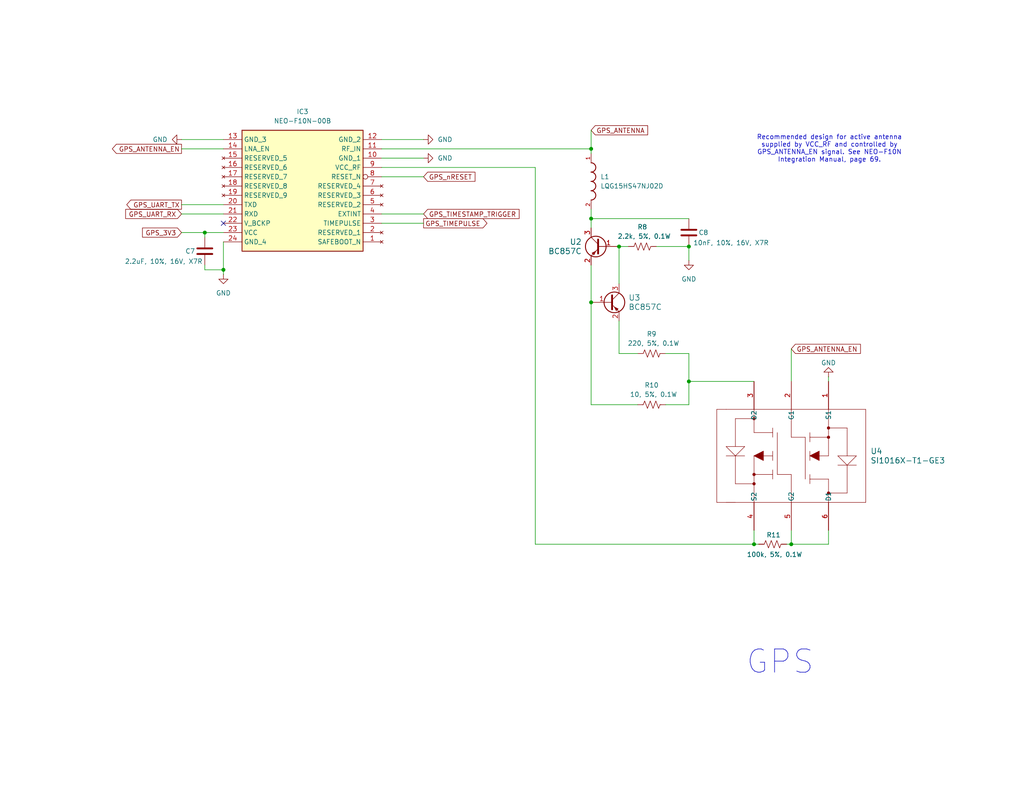
<source format=kicad_sch>
(kicad_sch (version 20231120) (generator "eeschema") (generator_version "8.0")
  (paper "USLetter")
  (title_block (title "CivicAlert") (rev "A") (company "Vanderbilt University"))
  (lib_symbols
    (symbol "2024-07-29_21-33-32:SI1016X-T1-GE3" (pin_names (offset 0.254))
      (property "Reference" "U" (at 20.32 17.78 0))
      (property "Value" "SI1016X-T1-GE3" (at 20.32 5.08 0))
      (symbol "SI1016X-T1-GE3_0_1"
        (polyline (pts (xy 7.62 -30.48) (xy 7.62 -27.94)) (stroke (width 0.127)))
        (polyline (pts (xy 7.62 -20.32) (xy 10.16 -20.32)) (stroke (width 0.127)))
        (polyline (pts (xy 7.62 -10.16) (xy 15.24 -10.16)) (stroke (width 0.127)))
        (polyline (pts (xy 7.62 0) (xy 20.32 0)) (stroke (width 0.127)))
        (polyline (pts (xy 7.62 10.16) (xy 7.62 -27.94)) (stroke (width 0.127)))
        (polyline (pts (xy 7.62 10.16) (xy 33.02 10.16)) (stroke (width 0.127)))
        (polyline (pts (xy 10.16 -25.4) (xy 10.16 -20.32)) (stroke (width 0.127)))
        (polyline (pts (xy 10.16 -20.32) (xy 13.97 -20.32)) (stroke (width 0.127)))
        (polyline (pts (xy 12.7 0) (xy 12.7 5.08)) (stroke (width 0.127)))
        (polyline (pts (xy 12.7 5.08) (xy 20.32 5.08)) (stroke (width 0.127)))
        (polyline (pts (xy 13.97 -20.32) (xy 13.97 -15.24)) (stroke (width 0.127)))
        (polyline (pts (xy 13.97 -15.24) (xy 12.7 -15.24)) (stroke (width 0.127)))
        (polyline (pts (xy 13.97 -15.24) (xy 15.24 -15.24)) (stroke (width 0.127)))
        (polyline (pts (xy 15.24 -10.16) (xy 15.24 -6.35)) (stroke (width 0.127)))
        (polyline (pts (xy 15.24 -6.35) (xy 26.67 -6.35)) (stroke (width 0.127)))
        (polyline (pts (xy 15.24 -5.08) (xy 13.97 -5.08)) (stroke (width 0.127)))
        (polyline (pts (xy 15.24 -5.08) (xy 16.51 -5.08)) (stroke (width 0.127)))
        (polyline (pts (xy 15.24 0) (xy 15.24 -5.08)) (stroke (width 0.127)))
        (polyline (pts (xy 17.78 -27.94) (xy 20.32 -25.4)) (stroke (width 0.127)))
        (polyline (pts (xy 17.78 -25.4) (xy 10.16 -25.4)) (stroke (width 0.127)))
        (polyline (pts (xy 17.78 -22.86) (xy 17.78 -27.94)) (stroke (width 0.127)))
        (polyline (pts (xy 17.78 -22.86) (xy 20.32 -25.4)) (stroke (width 0.127)))
        (polyline (pts (xy 19.05 -17.78) (xy 21.59 -17.78)) (stroke (width 0.127)))
        (polyline (pts (xy 19.05 -5.08) (xy 21.59 -5.08)) (stroke (width 0.127)))
        (polyline (pts (xy 19.05 -2.54) (xy 21.59 -2.54)) (stroke (width 0.127)))
        (polyline (pts (xy 20.32 -22.86) (xy 20.32 -27.94)) (stroke (width 0.127)))
        (polyline (pts (xy 20.32 -20.32) (xy 19.05 -17.78)) (stroke (width 0.127)))
        (polyline (pts (xy 20.32 -20.32) (xy 21.59 -17.78)) (stroke (width 0.127)))
        (polyline (pts (xy 20.32 -15.24) (xy 20.32 -20.32)) (stroke (width 0.127)))
        (polyline (pts (xy 20.32 -5.08) (xy 19.05 -2.54)) (stroke (width 0.127)))
        (polyline (pts (xy 20.32 -5.08) (xy 21.59 -2.54)) (stroke (width 0.127)))
        (polyline (pts (xy 20.32 0) (xy 20.32 -5.08)) (stroke (width 0.127)))
        (polyline (pts (xy 20.32 2.54) (xy 20.32 7.62)) (stroke (width 0.127)))
        (polyline (pts (xy 20.32 2.54) (xy 22.86 5.08)) (stroke (width 0.127)))
        (polyline (pts (xy 20.32 7.62) (xy 22.86 5.08)) (stroke (width 0.127)))
        (polyline (pts (xy 21.59 -15.24) (xy 19.05 -15.24)) (stroke (width 0.127)))
        (polyline (pts (xy 22.86 2.54) (xy 22.86 7.62)) (stroke (width 0.127)))
        (polyline (pts (xy 22.86 5.08) (xy 30.48 5.08)) (stroke (width 0.127)))
        (polyline (pts (xy 25.4 -20.32) (xy 25.4 -15.24)) (stroke (width 0.127)))
        (polyline (pts (xy 25.4 -15.24) (xy 24.13 -15.24)) (stroke (width 0.127)))
        (polyline (pts (xy 25.4 -15.24) (xy 26.67 -15.24)) (stroke (width 0.127)))
        (polyline (pts (xy 25.4 -13.97) (xy 13.97 -13.97)) (stroke (width 0.127)))
        (polyline (pts (xy 25.4 -10.16) (xy 25.4 -13.97)) (stroke (width 0.127)))
        (polyline (pts (xy 26.67 -5.08) (xy 25.4 -5.08)) (stroke (width 0.127)))
        (polyline (pts (xy 26.67 -5.08) (xy 27.94 -5.08)) (stroke (width 0.127)))
        (polyline (pts (xy 26.67 0) (xy 26.67 -5.08)) (stroke (width 0.127)))
        (polyline (pts (xy 27.94 -25.4) (xy 20.32 -25.4)) (stroke (width 0.127)))
        (polyline (pts (xy 27.94 -20.32) (xy 27.94 -25.4)) (stroke (width 0.127)))
        (polyline (pts (xy 30.48 0) (xy 26.67 0)) (stroke (width 0.127)))
        (polyline (pts (xy 30.48 0) (xy 33.02 0)) (stroke (width 0.127)))
        (polyline (pts (xy 30.48 5.08) (xy 30.48 0)) (stroke (width 0.127)))
        (polyline (pts (xy 33.02 -30.48) (xy 7.62 -30.48)) (stroke (width 0.127)))
        (polyline (pts (xy 33.02 -30.48) (xy 33.02 -25.4)) (stroke (width 0.127)))
        (polyline (pts (xy 33.02 -20.32) (xy 20.32 -20.32)) (stroke (width 0.127)))
        (polyline (pts (xy 33.02 -10.16) (xy 25.4 -10.16)) (stroke (width 0.127)))
        (polyline (pts (xy 33.02 10.16) (xy 33.02 -27.94)) (stroke (width 0.127)))
        (polyline (pts (xy 20.32 -20.32) (xy 19.05 -17.78) (xy 21.59 -17.78)) (fill (type outline)))
        (polyline (pts (xy 20.32 -5.08) (xy 19.05 -2.54) (xy 21.59 -2.54)) (fill (type outline)))
        (circle (center 10.16 -20.32) (radius 0.254) (stroke (width 0.3556)))
        (circle (center 12.7 0) (radius 0.254) (stroke (width 0.3556)))
        (circle (center 15.24 0) (radius 0.254) (stroke (width 0.3556)))
        (circle (center 25.4 -20.32) (radius 0.254) (stroke (width 0.3556)))
        (circle (center 27.94 -20.32) (radius 0.254) (stroke (width 0.3556)))
        (circle (center 30.48 0) (radius 0.254) (stroke (width 0.3556)))
      )
      (symbol "SI1016X-T1-GE3_1_1"
        (pin passive line (at 0 0 0) (length 7.62) (name "S1") (number "1"))
        (pin passive line (at 0 -10.16 0) (length 7.62) (name "G1") (number "2"))
        (pin passive line (at 0 -20.32 0) (length 7.62) (name "D2") (number "3"))
        (pin passive line (at 40.64 -20.32 180) (length 7.62) (name "S2") (number "4"))
        (pin passive line (at 40.64 -10.16 180) (length 7.62) (name "G2") (number "5"))
        (pin passive line (at 40.64 0 180) (length 7.62) (name "D1") (number "6"))
      )
    )
    (symbol "Device:C" (pin_numbers hide) (pin_names (offset 0.254))
      (property "Reference" "C" (at 0.635 2.54 0))
      (property "Value" "C" (at 0.635 -2.54 0))
      (symbol "C_0_1"
        (polyline (pts (xy -2.032 -0.762) (xy 2.032 -0.762)) (stroke (width 0.508)))
        (polyline (pts (xy -2.032 0.762) (xy 2.032 0.762)) (stroke (width 0.508)))
      )
      (symbol "C_1_1"
        (pin passive line (at 0 3.81 270) (length 2.794) (name "~") (number "1"))
        (pin passive line (at 0 -3.81 90) (length 2.794) (name "~") (number "2"))
      )
    )
    (symbol "Device:R_US" (pin_numbers hide) (pin_names (offset 0))
      (property "Reference" "R" (at 2.54 0 90))
      (property "Value" "R_US" (at -2.54 0 90))
      (symbol "R_US_0_1"
        (polyline (pts (xy 0 -2.286) (xy 0 -2.54)))
        (polyline (pts (xy 0 2.286) (xy 0 2.54)))
        (polyline (pts (xy 0 -0.762) (xy 1.016 -1.143) (xy 0 -1.524) (xy -1.016 -1.905) (xy 0 -2.286)))
        (polyline (pts (xy 0 0.762) (xy 1.016 0.381) (xy 0 0) (xy -1.016 -0.381) (xy 0 -0.762)))
        (polyline (pts (xy 0 2.286) (xy 1.016 1.905) (xy 0 1.524) (xy -1.016 1.143) (xy 0 0.762)))
      )
      (symbol "R_US_1_1"
        (pin passive line (at 0 3.81 270) (length 1.27) (name "~") (number "1"))
        (pin passive line (at 0 -3.81 90) (length 1.27) (name "~") (number "2"))
      )
    )
    (symbol "LQG15HS47NJ02D:LQG15HS47NJ02D" (pin_names (offset 1.016))
      (property "Reference" "L" (at -7.62 5.08 0))
      (property "Value" "LQG15HS47NJ02D" (at -7.62 2.54 0))
      (symbol "LQG15HS47NJ02D_0_0"
        (arc (start -2.54 0) (mid -3.81 1.2645) (end -5.08 0) (stroke (width 0.254)))
        (arc (start 0 0) (mid -1.27 1.2645) (end -2.54 0) (stroke (width 0.254)))
        (arc (start 2.54 0) (mid 1.27 1.2645) (end 0 0) (stroke (width 0.254)))
        (arc (start 5.08 0) (mid 3.81 1.2645) (end 2.54 0) (stroke (width 0.254)))
        (pin passive line (at -7.62 0 0) (length 2.54) (name "~") (number "1"))
        (pin passive line (at 7.62 0 180) (length 2.54) (name "~") (number "2"))
      )
    )
    (symbol "NEO-F10N-00B:NEO-F10N-00B"
      (property "Reference" "IC" (at 39.37 7.62 0))
      (property "Value" "NEO-F10N-00B" (at 39.37 5.08 0))
      (symbol "NEO-F10N-00B_1_1"
        (rectangle (start 5.08 2.54) (end 38.1 -30.48) (stroke (width 0.254)) (fill (type background)))
        (pin no_connect line (at 43.18 -27.94 180) (length 5.08) (name "SAFEBOOT_N") (number "1"))
        (pin power_in line (at 43.18 -5.08 180) (length 5.08) (name "GND_1") (number "10"))
        (pin input line (at 43.18 -2.54 180) (length 5.08) (name "RF_IN") (number "11"))
        (pin power_in line (at 43.18 0 180) (length 5.08) (name "GND_2") (number "12"))
        (pin power_in line (at 0 0 0) (length 5.08) (name "GND_3") (number "13"))
        (pin output line (at 0 -2.54 0) (length 5.08) (name "LNA_EN") (number "14"))
        (pin no_connect line (at 0 -5.08 0) (length 5.08) (name "RESERVED_5") (number "15"))
        (pin no_connect line (at 0 -7.62 0) (length 5.08) (name "RESERVED_6") (number "16"))
        (pin no_connect line (at 0 -10.16 0) (length 5.08) (name "RESERVED_7") (number "17"))
        (pin no_connect line (at 0 -12.7 0) (length 5.08) (name "RESERVED_8") (number "18"))
        (pin no_connect line (at 0 -15.24 0) (length 5.08) (name "RESERVED_9") (number "19"))
        (pin no_connect line (at 43.18 -25.4 180) (length 5.08) (name "RESERVED_1") (number "2"))
        (pin output line (at 0 -17.78 0) (length 5.08) (name "TXD") (number "20"))
        (pin input line (at 0 -20.32 0) (length 5.08) (name "RXD") (number "21"))
        (pin power_in line (at 0 -22.86 0) (length 5.08) (name "V_BCKP") (number "22"))
        (pin power_in line (at 0 -25.4 0) (length 5.08) (name "VCC") (number "23"))
        (pin power_in line (at 0 -27.94 0) (length 5.08) (name "GND_4") (number "24"))
        (pin output line (at 43.18 -22.86 180) (length 5.08) (name "TIMEPULSE") (number "3"))
        (pin input line (at 43.18 -20.32 180) (length 5.08) (name "EXTINT") (number "4"))
        (pin no_connect line (at 43.18 -17.78 180) (length 5.08) (name "RESERVED_2") (number "5"))
        (pin no_connect line (at 43.18 -15.24 180) (length 5.08) (name "RESERVED_3") (number "6"))
        (pin no_connect line (at 43.18 -12.7 180) (length 5.08) (name "RESERVED_4") (number "7"))
        (pin input inverted (at 43.18 -10.16 180) (length 5.08) (name "RESET_N") (number "8"))
        (pin power_out line (at 43.18 -7.62 180) (length 5.08) (name "VCC_RF") (number "9"))
      )
    )
    (symbol "Transistor_BJT:BC857" (pin_names (offset 0) hide)
      (property "Reference" "Q" (at 5.08 1.905 0))
      (property "Value" "BC857" (at 5.08 0 0))
      (symbol "BC857_0_1"
        (polyline (pts (xy 0.635 0.635) (xy 2.54 2.54)))
        (polyline (pts (xy 0.635 -0.635) (xy 2.54 -2.54) (xy 2.54 -2.54)))
        (polyline (pts (xy 0.635 1.905) (xy 0.635 -1.905) (xy 0.635 -1.905)) (stroke (width 0.508)))
        (polyline (pts (xy 2.286 -1.778) (xy 1.778 -2.286) (xy 1.27 -1.27) (xy 2.286 -1.778) (xy 2.286 -1.778)) (fill (type outline)))
        (circle (center 1.27 0) (radius 2.8194) (stroke (width 0.254)))
      )
      (symbol "BC857_1_1"
        (pin input line (at -5.08 0 0) (length 5.715) (name "B") (number "1"))
        (pin passive line (at 2.54 -5.08 90) (length 2.54) (name "E") (number "2"))
        (pin passive line (at 2.54 5.08 270) (length 2.54) (name "C") (number "3"))
      )
    )
    (symbol "power:GND" (power) (pin_numbers hide) (pin_names (offset 0) hide)
      (property "Value" "GND" (at 0 -3.81 0))
      (symbol "GND_0_1"
        (polyline (pts (xy 0 0) (xy 0 -1.27) (xy 1.27 -1.27) (xy 0 -2.54) (xy -1.27 -1.27) (xy 0 -1.27)))
      )
      (symbol "GND_1_1"
        (pin power_in line (at 0 0 270) (length 0) (name "~") (number "1"))
      )
    )
  )
  (junction (at 55.88 63.5))
  (junction (at 205.74 148.59))
  (junction (at 161.29 59.69))
  (junction (at 161.29 40.64))
  (junction (at 187.96 104.14))
  (junction (at 161.29 82.55))
  (junction (at 187.96 67.31))
  (junction (at 215.9 148.59))
  (junction (at 168.91 67.31))
  (junction (at 60.96 73.66))
  (no_connect (at 60.96 60.96))
  (wire (pts (xy 104.14 58.42) (xy 115.57 58.42)))
  (wire (pts (xy 161.29 41.91) (xy 161.29 40.64)))
  (wire (pts (xy 161.29 82.55) (xy 161.29 110.49)))
  (wire (pts (xy 49.53 58.42) (xy 60.96 58.42)))
  (wire (pts (xy 49.53 40.64) (xy 60.96 40.64)))
  (wire (pts (xy 168.91 67.31) (xy 168.91 77.47)))
  (wire (pts (xy 168.91 67.31) (xy 171.45 67.31)))
  (wire (pts (xy 49.53 63.5) (xy 55.88 63.5)))
  (wire (pts (xy 168.91 96.52) (xy 173.99 96.52)))
  (wire (pts (xy 205.74 144.78) (xy 205.74 148.59)))
  (wire (pts (xy 49.53 38.1) (xy 60.96 38.1)))
  (wire (pts (xy 49.53 55.88) (xy 60.96 55.88)))
  (wire (pts (xy 187.96 104.14) (xy 187.96 110.49)))
  (wire (pts (xy 104.14 48.26) (xy 115.57 48.26)))
  (wire (pts (xy 226.06 144.78) (xy 226.06 148.59)))
  (wire (pts (xy 104.14 40.64) (xy 161.29 40.64)))
  (wire (pts (xy 179.07 67.31) (xy 187.96 67.31)))
  (wire (pts (xy 161.29 59.69) (xy 161.29 62.23)))
  (wire (pts (xy 187.96 104.14) (xy 205.74 104.14)))
  (wire (pts (xy 181.61 96.52) (xy 187.96 96.52)))
  (wire (pts (xy 60.96 66.04) (xy 60.96 73.66)))
  (wire (pts (xy 55.88 72.39) (xy 55.88 73.66)))
  (wire (pts (xy 226.06 102.87) (xy 226.06 104.14)))
  (wire (pts (xy 173.99 110.49) (xy 161.29 110.49)))
  (wire (pts (xy 168.91 87.63) (xy 168.91 96.52)))
  (wire (pts (xy 161.29 57.15) (xy 161.29 59.69)))
  (wire (pts (xy 104.14 43.18) (xy 115.57 43.18)))
  (wire (pts (xy 161.29 72.39) (xy 161.29 82.55)))
  (wire (pts (xy 104.14 60.96) (xy 115.57 60.96)))
  (wire (pts (xy 205.74 148.59) (xy 207.01 148.59)))
  (wire (pts (xy 161.29 59.69) (xy 187.96 59.69)))
  (wire (pts (xy 187.96 67.31) (xy 187.96 71.12)))
  (wire (pts (xy 146.05 45.72) (xy 146.05 148.59)))
  (wire (pts (xy 187.96 96.52) (xy 187.96 104.14)))
  (wire (pts (xy 215.9 95.25) (xy 215.9 104.14)))
  (wire (pts (xy 146.05 148.59) (xy 205.74 148.59)))
  (wire (pts (xy 55.88 63.5) (xy 60.96 63.5)))
  (wire (pts (xy 55.88 64.77) (xy 55.88 63.5)))
  (wire (pts (xy 104.14 45.72) (xy 146.05 45.72)))
  (wire (pts (xy 215.9 144.78) (xy 215.9 148.59)))
  (wire (pts (xy 104.14 38.1) (xy 115.57 38.1)))
  (wire (pts (xy 55.88 73.66) (xy 60.96 73.66)))
  (wire (pts (xy 226.06 148.59) (xy 215.9 148.59)))
  (wire (pts (xy 215.9 148.59) (xy 214.63 148.59)))
  (wire (pts (xy 161.29 35.56) (xy 161.29 40.64)))
  (wire (pts (xy 60.96 74.93) (xy 60.96 73.66)))
  (wire (pts (xy 187.96 110.49) (xy 181.61 110.49)))
  (text "GPS" (at 212.852 180.848 0) (effects (font (size 6.35 6.35))))
  (text "Recommended design for active antenna\nsupplied by VCC_RF and controlled by\nGPS_ANTENNA_EN signal. See NEO-F10N\nIntegration Manual, page 69." (at 226.314 40.64 0) (effects (font (size 1.27 1.27))))
  (global_label "GPS_nRESET" (shape input) (at 115.57 48.26 0) (property "Intersheetrefs" "${INTERSHEET_REFS}" (effects (hide yes))))
  (global_label "GPS_TIMESTAMP_TRIGGER" (shape input) (at 115.57 58.42 0) (property "Intersheetrefs" "${INTERSHEET_REFS}" (effects (hide yes))))
  (global_label "GPS_UART_RX" (shape input) (at 49.53 58.42 180) (property "Intersheetrefs" "${INTERSHEET_REFS}" (effects (hide yes))))
  (global_label "GPS_3V3" (shape input) (at 49.53 63.5 180) (property "Intersheetrefs" "${INTERSHEET_REFS}" (effects (hide yes))))
  (global_label "GPS_ANTENNA" (shape input) (at 161.29 35.56 0) (property "Intersheetrefs" "${INTERSHEET_REFS}" (effects (hide yes))))
  (global_label "GPS_UART_TX" (shape output) (at 49.53 55.88 180) (property "Intersheetrefs" "${INTERSHEET_REFS}" (effects (hide yes))))
  (global_label "GPS_TIMEPULSE" (shape output) (at 115.57 60.96 0) (property "Intersheetrefs" "${INTERSHEET_REFS}" (effects (hide yes))))
  (global_label "GPS_ANTENNA_EN" (shape output) (at 49.53 40.64 180) (property "Intersheetrefs" "${INTERSHEET_REFS}" (effects (hide yes))))
  (global_label "GPS_ANTENNA_EN" (shape input) (at 215.9 95.25 0) (property "Intersheetrefs" "${INTERSHEET_REFS}" (effects (hide yes))))
  (symbol (lib_id "Device:C") (at 187.96 63.5 0) (mirror y) (unit 1)
    (property "Reference" "C8" (at 193.294 63.5 0) (effects (justify left)))
    (property "Value" "10nF, 10%, 16V, X7R" (at 209.804 66.294 0) (effects (justify left)))
    (property "Description" "Unpolarized capacitor" (effects (hide yes)))
  )
  (symbol (lib_id "power:GND") (at 187.96 71.12 0) (unit 1)
    (property "Reference" "#PWR012" (effects (hide yes)))
    (property "Value" "GND" (at 187.96 76.2 0))
    (property "Description" "Power symbol creates a global label with name \"GND\" , ground" (effects (hide yes)))
  )
  (symbol (lib_id "Transistor_BJT:BC857") (at 166.37 82.55 0) (unit 1)
    (property "Reference" "U3" (at 171.45 81.2799 0) (effects (font (size 1.524 1.524)) (justify left)))
    (property "Value" "BC857C" (at 171.45 83.8199 0) (effects (font (size 1.524 1.524)) (justify left)))
    (property "Footprint" "Package_TO_SOT_SMD:SOT-23" (effects (hide yes)))
    (property "Datasheet" "https://www.onsemi.com/pub/Collateral/BC860-D.pdf" (effects (hide yes)))
    (property "Description" "0.1A Ic, 45V Vce, PNP Transistor, SOT-23" (effects (hide yes)))
  )
  (symbol (lib_id "power:GND") (at 115.57 43.18 90) (unit 1)
    (property "Reference" "#PWR011" (effects (hide yes)))
    (property "Value" "GND" (at 119.38 43.1799 90) (effects (justify right)))
    (property "Description" "Power symbol creates a global label with name \"GND\" , ground" (effects (hide yes)))
  )
  (symbol (lib_id "Transistor_BJT:BC857") (at 163.83 67.31 0) (mirror y) (unit 1)
    (property "Reference" "U2" (at 158.75 66.0399 0) (effects (font (size 1.524 1.524)) (justify left)))
    (property "Value" "BC857C" (at 158.75 68.5799 0) (effects (font (size 1.524 1.524)) (justify left)))
    (property "Footprint" "Package_TO_SOT_SMD:SOT-23" (effects (hide yes)))
    (property "Datasheet" "https://www.onsemi.com/pub/Collateral/BC860-D.pdf" (effects (hide yes)))
    (property "Description" "0.1A Ic, 45V Vce, PNP Transistor, SOT-23" (effects (hide yes)))
  )
  (symbol (lib_id "Device:R_US") (at 177.8 110.49 270) (unit 1)
    (property "Reference" "R10" (at 177.8 105.156 90))
    (property "Value" "10, 5%, 0.1W" (at 178.308 107.696 90))
    (property "Description" "Resistor, US symbol" (effects (hide yes)))
  )
  (symbol (lib_id "Device:C") (at 55.88 68.58 0) (unit 1)
    (property "Reference" "C7" (at 50.546 68.58 0) (effects (justify left)))
    (property "Value" "2.2uF, 10%, 16V, X7R" (at 34.036 71.374 0) (effects (justify left)))
    (property "Description" "Unpolarized capacitor" (effects (hide yes)))
  )
  (symbol (lib_id "Device:R_US") (at 210.82 148.59 270) (unit 1)
    (property "Reference" "R11" (at 211.074 146.05 90))
    (property "Value" "100k, 5%, 0.1W" (at 211.328 151.384 90))
    (property "Description" "Resistor, US symbol" (effects (hide yes)))
  )
  (symbol (lib_id "Device:R_US") (at 175.26 67.31 270) (unit 1)
    (property "Reference" "R8" (at 175.26 61.976 90))
    (property "Value" "2.2k, 5%, 0.1W" (at 175.768 64.516 90))
    (property "Description" "Resistor, US symbol" (effects (hide yes)))
  )
  (symbol (lib_id "2024-07-29_21-33-32:SI1016X-T1-GE3") (at 226.06 104.14 270) (unit 1)
    (property "Reference" "U4" (at 237.49 123.1899 90) (effects (font (size 1.524 1.524)) (justify left)))
    (property "Value" "SI1016X-T1-GE3" (at 237.49 125.7299 90) (effects (font (size 1.524 1.524)) (justify left)))
    (property "Footprint" "SI1016X-T1-GE3:SOT_X-T1-GE3_VIS" (effects (hide yes)))
    (property "Datasheet" "SI1016X-T1-GE3" (effects (hide yes)))
  )
  (symbol (lib_id "Device:R_US") (at 177.8 96.52 270) (unit 1)
    (property "Reference" "R9" (at 177.8 91.186 90))
    (property "Value" "220, 5%, 0.1W" (at 178.308 93.726 90))
    (property "Description" "Resistor, US symbol" (effects (hide yes)))
  )
  (symbol (lib_id "power:GND") (at 115.57 38.1 90) (unit 1)
    (property "Reference" "#PWR010" (effects (hide yes)))
    (property "Value" "GND" (at 119.38 38.0999 90) (effects (justify right)))
    (property "Description" "Power symbol creates a global label with name \"GND\" , ground" (effects (hide yes)))
  )
  (symbol (lib_id "power:GND") (at 49.53 38.1 270) (unit 1)
    (property "Reference" "#PWR09" (effects (hide yes)))
    (property "Value" "GND" (at 45.72 38.0999 90) (effects (justify right)))
    (property "Description" "Power symbol creates a global label with name \"GND\" , ground" (effects (hide yes)))
  )
  (symbol (lib_id "NEO-F10N-00B:NEO-F10N-00B") (at 60.96 38.1 0) (unit 1)
    (property "Reference" "IC3" (at 82.55 30.48 0))
    (property "Value" "NEO-F10N-00B" (at 82.55 33.02 0))
    (property "Footprint" "NEO-F10N-00B:NEOF10N00B" (effects (hide yes)))
    (property "Datasheet" "https://content.u-blox.com/sites/default/files/documents/NEO-F10N_DataSheet_UBX-23002117.pdf" (effects (hide yes)))
    (property "Description" "GNSS / GPS Modules u-blox F10 GNSS module Flash, TCXO, SAW, LNA LCC, 12x16 mm, 250 pcs/reel" (effects (hide yes)))
    (property "Height" "2.6" (effects (hide yes)))
    (property "Mouser Part Number" "377-NEO-F10N-00B" (effects (hide yes)))
    (property "Mouser Price/Stock" "https://www.mouser.co.uk/ProductDetail/u-blox/NEO-F10N-00B?qs=Imq1NPwxi76uVH%2FItRhLgw%3D%3D" (effects (hide yes)))
    (property "Manufacturer_Name" "u-blox" (effects (hide yes)))
    (property "Manufacturer_Part_Number" "NEO-F10N-00B" (effects (hide yes)))
  )
  (symbol (lib_id "LQG15HS47NJ02D:LQG15HS47NJ02D") (at 161.29 49.53 270) (unit 1)
    (property "Reference" "L1" (at 163.83 48.2599 90) (effects (justify left)))
    (property "Value" "LQG15HS47NJ02D" (at 163.83 50.7999 90) (effects (justify left)))
    (property "Footprint" "LQG15HS47NJ02D:INDC1005X55N" (effects (hide yes)))
  )
  (symbol (lib_id "power:GND") (at 60.96 74.93 0) (unit 1)
    (property "Reference" "#PWR08" (effects (hide yes)))
    (property "Value" "GND" (at 60.96 80.01 0))
    (property "Description" "Power symbol creates a global label with name \"GND\" , ground" (effects (hide yes)))
  )
  (symbol (lib_id "power:GND") (at 226.06 102.87 180) (unit 1)
    (property "Reference" "#PWR013" (effects (hide yes)))
    (property "Value" "GND" (at 226.06 99.06 0))
    (property "Description" "Power symbol creates a global label with name \"GND\" , ground" (effects (hide yes)))
  )
)
</source>
